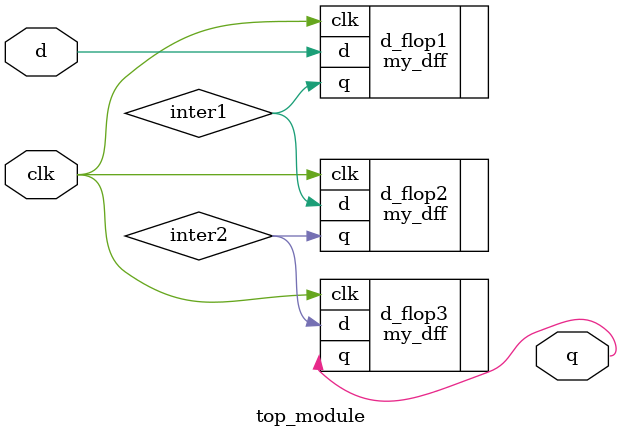
<source format=v>
module top_module ( input clk, input d, output q );
  wire inter1,inter2;
  my_dff d_flop1(.clk(clk),.d(d),.q(inter1));
  my_dff d_flop2(.clk(clk),.d(inter1),.q(inter2));
  my_dff d_flop3(.clk(clk),.d(inter2),.q(q));
endmodule

</source>
